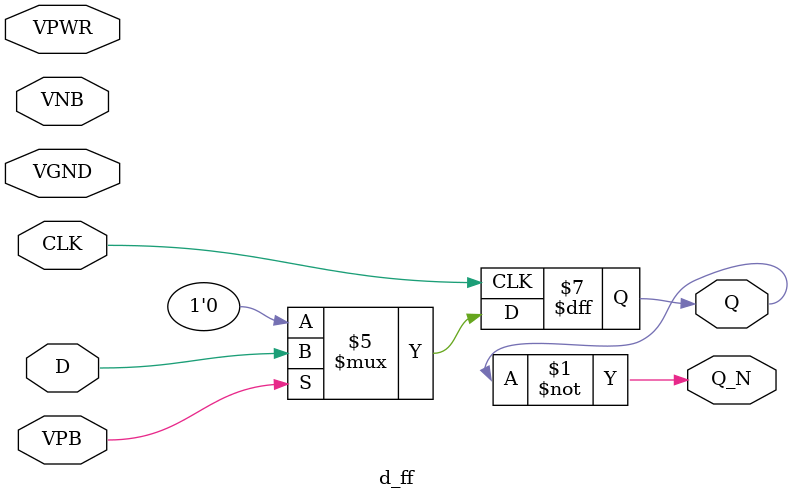
<source format=v>

module d_ff (
    output reg Q,
    output Q_N,
    input CLK,
    input D,
    input VPWR,
    input VGND,
    input VPB,
    input VNB
);

    assign Q_N = ~Q;

    // D Flip-Flop logic
    always @(posedge CLK) begin
        if (VPB == 0) begin // Set reset condition
            Q <= 0;
        end else begin
            Q <= D;     // Add explicit assignment delay
        end
    end

endmodule
</source>
